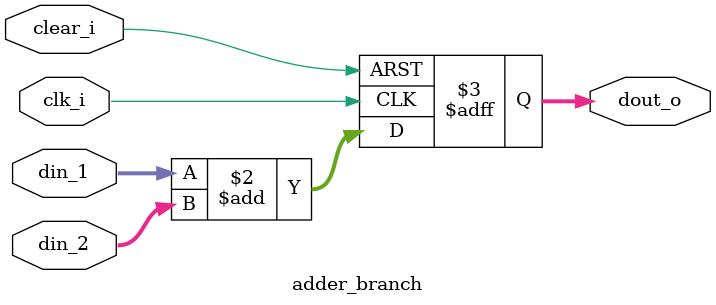
<source format=v>

module adder_branch #(
    parameter W = 16 //num. of inputs
    )(
    input                           clk_i,
    input                           clear_i,
    input           signed  [W-1:0] din_1, din_2,
    
    output  reg     signed  [W:0]   dout_o
    );
    always @(posedge clk_i or posedge clear_i) begin
        if (clear_i) begin
            dout_o <= 0;
        end
        else begin
            dout_o <= din_1+din_2;
        end
    end
endmodule
</source>
